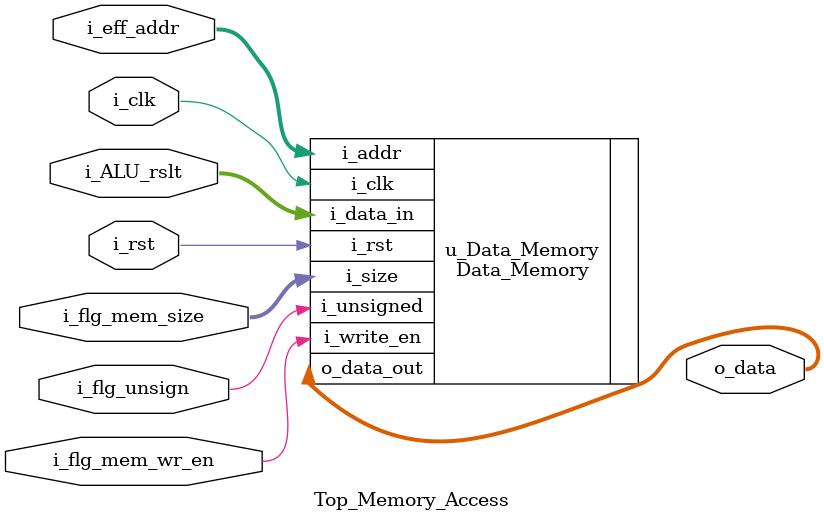
<source format=v>
`timescale 1ns / 1ps

module Top_Memory_Access#(
    parameter   NBITS = 32
)(
    input wire                i_clk,
    input wire                i_rst,
    input wire   [NBITS-1:0]  i_ALU_rslt,
    input wire                i_flg_unsign,
    input wire   [1:0]        i_flg_mem_size,
    input wire                i_flg_mem_wr_en,
    input wire   [NBITS-1:0]  i_eff_addr,

    output wire  [NBITS-1:0]  o_data
);

    Data_Memory u_Data_Memory (
        .i_clk(i_clk),
        .i_rst(i_rst),
        .i_write_en(i_flg_mem_wr_en),
        .i_size(i_flg_mem_size),
        .i_unsigned(i_flg_unsign),
        .i_addr(i_eff_addr),
        .i_data_in(i_ALU_rslt),
        .o_data_out(o_data)
    );

endmodule
</source>
